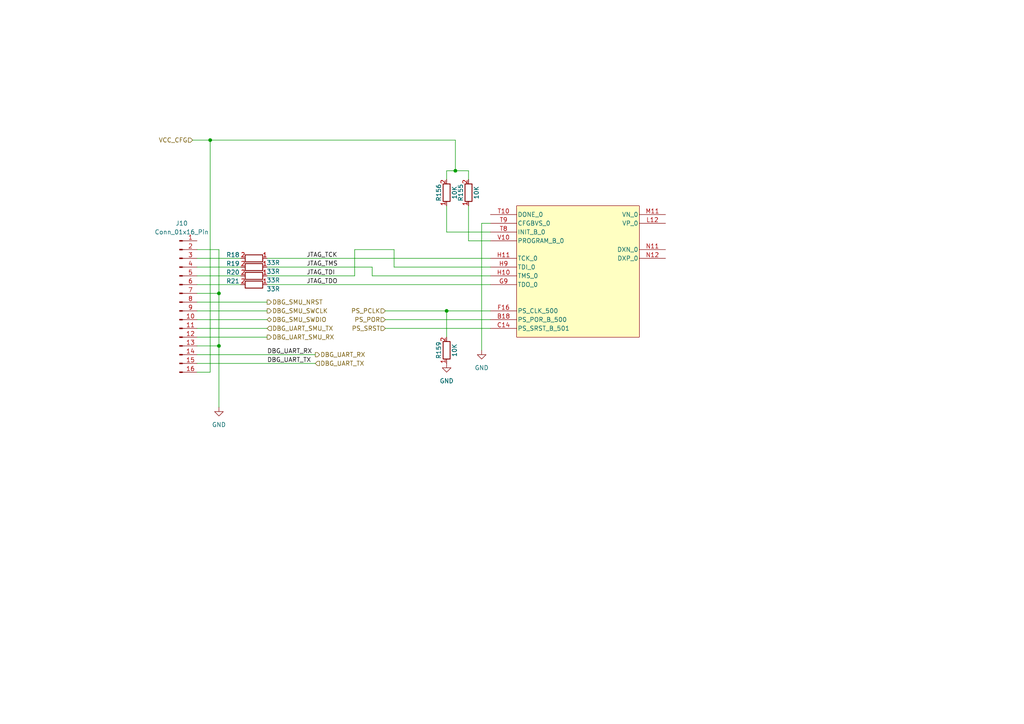
<source format=kicad_sch>
(kicad_sch (version 20250114) (generator "eeschema") (generator_version "9.0")
  (paper "A4")
  (title_block (title "TRNX SDR Carrier board") (date "2025-11-18") (rev "0.1") (company "Tronex s.r.o. / Tronex Group USA LLC"))
  (lib_symbols
    (symbol "Connector:Conn_01x16_Pin" (pin_names (offset 1.016) (hide yes))
      (property "Reference" "J" (at 0 20.32 0))
      (property "Value" "Conn_01x16_Pin" (at 0 -22.86 0))
      (symbol "Conn_01x16_Pin_1_1"
        (pin passive line (at 5.08 17.78 180) (length 3.81) (name "Pin_1") (number "1"))
        (pin passive line (at 5.08 15.24 180) (length 3.81) (name "Pin_2") (number "2"))
        (pin passive line (at 5.08 12.7 180) (length 3.81) (name "Pin_3") (number "3"))
        (pin passive line (at 5.08 10.16 180) (length 3.81) (name "Pin_4") (number "4"))
        (pin passive line (at 5.08 7.62 180) (length 3.81) (name "Pin_5") (number "5"))
        (pin passive line (at 5.08 5.08 180) (length 3.81) (name "Pin_6") (number "6"))
        (pin passive line (at 5.08 2.54 180) (length 3.81) (name "Pin_7") (number "7"))
        (pin passive line (at 5.08 0 180) (length 3.81) (name "Pin_8") (number "8"))
        (pin passive line (at 5.08 -2.54 180) (length 3.81) (name "Pin_9") (number "9"))
        (pin passive line (at 5.08 -5.08 180) (length 3.81) (name "Pin_10") (number "10"))
        (pin passive line (at 5.08 -7.62 180) (length 3.81) (name "Pin_11") (number "11"))
        (pin passive line (at 5.08 -10.16 180) (length 3.81) (name "Pin_12") (number "12"))
        (pin passive line (at 5.08 -12.7 180) (length 3.81) (name "Pin_13") (number "13"))
        (pin passive line (at 5.08 -15.24 180) (length 3.81) (name "Pin_14") (number "14"))
        (pin passive line (at 5.08 -17.78 180) (length 3.81) (name "Pin_15") (number "15"))
        (pin passive line (at 5.08 -20.32 180) (length 3.81) (name "Pin_16") (number "16"))
      )
    )
    (symbol "PPA-Pasive:Res" (pin_names (offset 1.016))
      (property "Reference" "R" (at -2.54 2.54 0))
      (property "Value" "Res" (at -1.27 -2.54 0))
      (symbol "Res_1_1"
        (pin passive line (at -3.81 0 0) (length 1.27) (name "~") (number "1"))
        (pin passive line (at 3.81 0 180) (length 1.27) (name "~") (number "2"))
      )
    )
    (symbol "XC7Z015-1CLG485C:XC7Z015-1CLG485I" (pin_names (offset 0.254))
      (symbol "XC7Z015-1CLG485I_1_1"
        (text "BANK 34" (at -34.798 -64.77 900) (effects (font (size 3 3) (thickness 0.6) (bold yes) (italic yes))))
        (pin bidirectional line (at 0 0 180) (length 7.62) (name "IO_L1P_T0_34") (number "J8"))
        (pin bidirectional line (at 0 -2.54 180) (length 7.62) (name "IO_L1N_T0_34") (number "K8"))
        (pin bidirectional line (at 0 -5.08 180) (length 7.62) (name "IO_L2P_T0_34") (number "J7"))
        (pin bidirectional line (at 0 -7.62 180) (length 7.62) (name "IO_L2N_T0_34") (number "J6"))
        (pin bidirectional line (at 0 -10.16 180) (length 7.62) (name "IO_L3P_T0_DQS_PUDC_B_34") (number "K7"))
        (pin bidirectional line (at 0 -12.7 180) (length 7.62) (name "IO_L3N_T0_DQS_34") (number "L7"))
        (pin bidirectional line (at 0 -15.24 180) (length 7.62) (name "IO_L4P_T0_34") (number "L6"))
        (pin bidirectional line (at 0 -17.78 180) (length 7.62) (name "IO_L4N_T0_34") (number "M6"))
        (pin bidirectional line (at 0 -20.32 180) (length 7.62) (name "IO_L5P_T0_34") (number "N8"))
        (pin bidirectional line (at 0 -22.86 180) (length 7.62) (name "IO_L5N_T0_34") (number "P8"))
        (pin bidirectional line (at 0 -25.4 180) (length 7.62) (name "IO_L6P_T0_34") (number "M8"))
        (pin bidirectional line (at 0 -27.94 180) (length 7.62) (name "IO_L6N_T0_VREF_34") (number "M7"))
        (pin bidirectional line (at 0 -30.48 180) (length 7.62) (name "IO_L7P_T1_34") (number "J5"))
        (pin bidirectional line (at 0 -33.02 180) (length 7.62) (name "IO_L7N_T1_34") (number "K5"))
        (pin bidirectional line (at 0 -35.56 180) (length 7.62) (name "IO_L8P_T1_34") (number "J2"))
        (pin bidirectional line (at 0 -38.1 180) (length 7.62) (name "IO_L8N_T1_34") (number "J1"))
        (pin bidirectional line (at 0 -40.64 180) (length 7.62) (name "IO_L9P_T1_DQS_34") (number "J3"))
        (pin bidirectional line (at 0 -43.18 180) (length 7.62) (name "IO_L9N_T1_DQS_34") (number "K2"))
        (pin bidirectional line (at 0 -45.72 180) (length 7.62) (name "IO_L10P_T1_34") (number "L2"))
        (pin bidirectional line (at 0 -48.26 180) (length 7.62) (name "IO_L10N_T1_34") (number "L1"))
        (pin bidirectional line (at 0 -50.8 180) (length 7.62) (name "IO_L11P_T1_SRCC_34") (number "K4"))
        (pin bidirectional line (at 0 -53.34 180) (length 7.62) (name "IO_L11N_T1_SRCC_34") (number "K3"))
        (pin bidirectional line (at 0 -55.88 180) (length 7.62) (name "IO_L12P_T1_MRCC_34") (number "L5"))
        (pin bidirectional line (at 0 -58.42 180) (length 7.62) (name "IO_L12N_T1_MRCC_34") (number "L4"))
        (pin bidirectional line (at 0 -60.96 180) (length 7.62) (name "IO_L13P_T2_MRCC_34") (number "T2"))
        (pin bidirectional line (at 0 -63.5 180) (length 7.62) (name "IO_L13N_T2_MRCC_34") (number "T1"))
        (pin bidirectional line (at 0 -66.04 180) (length 7.62) (name "IO_L14P_T2_SRCC_34") (number "U2"))
        (pin bidirectional line (at 0 -68.58 180) (length 7.62) (name "IO_L14N_T2_SRCC_34") (number "U1"))
        (pin bidirectional line (at 0 -71.12 180) (length 7.62) (name "IO_L15P_T2_DQS_34") (number "M2"))
        (pin bidirectional line (at 0 -73.66 180) (length 7.62) (name "IO_L15N_T2_DQS_34") (number "M1"))
        (pin bidirectional line (at 0 -76.2 180) (length 7.62) (name "IO_L16P_T2_34") (number "N1"))
        (pin bidirectional line (at 0 -78.74 180) (length 7.62) (name "IO_L16N_T2_34") (number "P1"))
        (pin bidirectional line (at 0 -81.28 180) (length 7.62) (name "IO_L17P_T2_34") (number "R3"))
        (pin bidirectional line (at 0 -83.82 180) (length 7.62) (name "IO_L17N_T2_34") (number "R2"))
        (pin bidirectional line (at 0 -86.36 180) (length 7.62) (name "IO_L18P_T2_34") (number "P3"))
        (pin bidirectional line (at 0 -88.9 180) (length 7.62) (name "IO_L18N_T2_34") (number "P2"))
        (pin bidirectional line (at 0 -91.44 180) (length 7.62) (name "IO_L19P_T3_34") (number "N6"))
        (pin bidirectional line (at 0 -93.98 180) (length 7.62) (name "IO_L19N_T3_VREF_34") (number "N5"))
        (pin bidirectional line (at 0 -96.52 180) (length 7.62) (name "IO_L20P_T3_34") (number "P6"))
        (pin bidirectional line (at 0 -99.06 180) (length 7.62) (name "IO_L20N_T3_34") (number "P5"))
        (pin bidirectional line (at 0 -101.6 180) (length 7.62) (name "IO_L21P_T3_DQS_34") (number "N4"))
        (pin bidirectional line (at 0 -104.14 180) (length 7.62) (name "IO_L21N_T3_DQS_34") (number "N3"))
        (pin bidirectional line (at 0 -106.68 180) (length 7.62) (name "IO_L22P_T3_34") (number "M4"))
        (pin bidirectional line (at 0 -109.22 180) (length 7.62) (name "IO_L22N_T3_34") (number "M3"))
        (pin bidirectional line (at 0 -111.76 180) (length 7.62) (name "IO_L23N_T3_34") (number "R4"))
        (pin bidirectional line (at 0 -114.3 180) (length 7.62) (name "IO_L23P_T3_34") (number "R5"))
        (pin bidirectional line (at 0 -116.84 180) (length 7.62) (name "IO_L24P_T3_34") (number "P7"))
        (pin bidirectional line (at 0 -119.38 180) (length 7.62) (name "IO_L24N_T3_34") (number "R7"))
        (pin bidirectional line (at 0 -125.73 180) (length 7.62) (name "IO_0_34") (number "H8"))
        (pin bidirectional line (at 0 -128.27 180) (length 7.62) (name "IO_25_34") (number "R8"))
      )
      (symbol "XC7Z015-1CLG485I_2_1"
        (text "BANK 35" (at -36.322 -53.848 900) (effects (font (size 3 3) (thickness 0.6) (bold yes) (italic yes))))
        (pin bidirectional line (at 0 0 180) (length 7.62) (name "IO_L1P_T0_AD0P_35") (number "F7"))
        (pin bidirectional line (at 0 -2.54 180) (length 7.62) (name "IO_L1N_T0_AD0N_35") (number "E7"))
        (pin bidirectional line (at 0 -5.08 180) (length 7.62) (name "IO_L2P_T0_AD8P_35") (number "D7"))
        (pin bidirectional line (at 0 -7.62 180) (length 7.62) (name "IO_L2N_T0_AD8N_35") (number "D6"))
        (pin bidirectional line (at 0 -10.16 180) (length 7.62) (name "IO_L3P_T0_DQS_AD1P_35") (number "E8"))
        (pin bidirectional line (at 0 -12.7 180) (length 7.62) (name "IO_L3N_T0_DQS_AD1N_35") (number "D8"))
        (pin bidirectional line (at 0 -15.24 180) (length 7.62) (name "IO_L4P_T0_35") (number "G8"))
        (pin bidirectional line (at 0 -17.78 180) (length 7.62) (name "IO_L4N_T0_35") (number "G7"))
        (pin bidirectional line (at 0 -20.32 180) (length 7.62) (name "IO_L5P_T0_AD9P_35") (number "F5"))
        (pin bidirectional line (at 0 -22.86 180) (length 7.62) (name "IO_L5N_T0_AD9N_35") (number "E5"))
        (pin bidirectional line (at 0 -25.4 180) (length 7.62) (name "IO_L6P_T0_35") (number "G6"))
        (pin bidirectional line (at 0 -27.94 180) (length 7.62) (name "IO_L6N_T0_VREF_35") (number "F6"))
        (pin bidirectional line (at 0 -30.48 180) (length 7.62) (name "IO_L7P_T1_AD2P_35") (number "C8"))
        (pin bidirectional line (at 0 -33.02 180) (length 7.62) (name "IO_L7N_T1_AD2N_35") (number "B8"))
        (pin bidirectional line (at 0 -35.56 180) (length 7.62) (name "IO_L8P_T1_AD10P_35") (number "B7"))
        (pin bidirectional line (at 0 -38.1 180) (length 7.62) (name "IO_L8N_T1_AD10N_35") (number "B6"))
        (pin bidirectional line (at 0 -40.64 180) (length 7.62) (name "IO_L9P_T1_DQS_AD3P_35") (number "A7"))
        (pin bidirectional line (at 0 -43.18 180) (length 7.62) (name "IO_L9N_T1_DQS_AD3N_35") (number "A6"))
        (pin bidirectional line (at 0 -45.72 180) (length 7.62) (name "IO_L10P_T1_AD11P_35") (number "A5"))
        (pin bidirectional line (at 0 -48.26 180) (length 7.62) (name "IO_L10N_T1_AD11N_35") (number "A4"))
        (pin bidirectional line (at 0 -50.8 180) (length 7.62) (name "IO_L11P_T1_SRCC_35") (number "C6"))
        (pin bidirectional line (at 0 -53.34 180) (length 7.62) (name "IO_L11N_T1_SRCC_35") (number "C5"))
        (pin bidirectional line (at 0 -55.88 180) (length 7.62) (name "IO_L12P_T1_MRCC_35") (number "D5"))
        (pin bidirectional line (at 0 -58.42 180) (length 7.62) (name "IO_L12N_T1_MRCC_35") (number "C4"))
        (pin bidirectional line (at 0 -60.96 180) (length 7.62) (name "IO_L13P_T2_MRCC_35") (number "B4"))
        (pin bidirectional line (at 0 -63.5 180) (length 7.62) (name "IO_L13N_T2_MRCC_35") (number "B3"))
        (pin bidirectional line (at 0 -66.04 180) (length 7.62) (name "IO_L14P_T2_AD4P_SRCC_35") (number "D3"))
        (pin bidirectional line (at 0 -68.58 180) (length 7.62) (name "IO_L14N_T2_AD4N_SRCC_35") (number "C3"))
        (pin bidirectional line (at 0 -71.12 180) (length 7.62) (name "IO_L15P_T2_DQS_AD12P_35") (number "A2"))
        (pin bidirectional line (at 0 -73.66 180) (length 7.62) (name "IO_L15N_T2_DQS_AD12N_35") (number "A1"))
        (pin bidirectional line (at 0 -76.2 180) (length 7.62) (name "IO_L16P_T2_35") (number "D1"))
        (pin bidirectional line (at 0 -78.74 180) (length 7.62) (name "IO_L16N_T2_35") (number "C1"))
        (pin bidirectional line (at 0 -81.28 180) (length 7.62) (name "IO_L17P_T2_AD5P_35") (number "E2"))
        (pin bidirectional line (at 0 -83.82 180) (length 7.62) (name "IO_L17N_T2_AD5N_35") (number "D2"))
        (pin bidirectional line (at 0 -86.36 180) (length 7.62) (name "IO_L18P_T2_AD13P_35") (number "B2"))
        (pin bidirectional line (at 0 -88.9 180) (length 7.62) (name "IO_L18N_T2_AD13N_35") (number "B1"))
        (pin bidirectional line (at 0 -91.44 180) (length 7.62) (name "IO_L19P_T3_35") (number "H4"))
        (pin bidirectional line (at 0 -93.98 180) (length 7.62) (name "IO_L19N_T3_VREF_35") (number "H3"))
        (pin bidirectional line (at 0 -96.52 180) (length 7.62) (name "IO_L20P_T3_AD6P_35") (number "G4"))
        (pin bidirectional line (at 0 -99.06 180) (length 7.62) (name "IO_L20N_T3_AD6N_35") (number "F4"))
        (pin bidirectional line (at 0 -101.6 180) (length 7.62) (name "IO_L21P_T3_DQS_AD14P_35") (number "E4"))
        (pin bidirectional line (at 0 -104.14 180) (length 7.62) (name "IO_L21N_T3_DQS_AD14N_35") (number "E3"))
        (pin bidirectional line (at 0 -106.68 180) (length 7.62) (name "IO_L22P_T3_AD7P_35") (number "G3"))
        (pin bidirectional line (at 0 -109.22 180) (length 7.62) (name "IO_L22N_T3_AD7N_35") (number "G2"))
        (pin bidirectional line (at 0 -111.76 180) (length 7.62) (name "IO_L23P_T3_35") (number "F2"))
        (pin bidirectional line (at 0 -114.3 180) (length 7.62) (name "IO_L23N_T3_35") (number "F1"))
        (pin bidirectional line (at 0 -116.84 180) (length 7.62) (name "IO_L24P_T3_AD15P_35") (number "H1"))
        (pin bidirectional line (at 0 -119.38 180) (length 7.62) (name "IO_L24N_T3_AD15N_35") (number "G1"))
        (pin bidirectional line (at 0 -124.46 180) (length 7.62) (name "IO_0_35") (number "H6"))
        (pin bidirectional line (at 0 -127 180) (length 7.62) (name "IO_25_35") (number "H5"))
      )
      (symbol "XC7Z015-1CLG485I_3_1"
        (pin output line (at 0 0 0) (length 7.62) (name "PS_DDR_A0_502") (number "M19"))
        (pin output line (at 0 -2.54 0) (length 7.62) (name "PS_DDR_A1_502") (number "M18"))
        (pin output line (at 0 -5.08 0) (length 7.62) (name "PS_DDR_A2_502") (number "K19"))
        (pin output line (at 0 -7.62 0) (length 7.62) (name "PS_DDR_A3_502") (number "L19"))
        (pin output line (at 0 -10.16 0) (length 7.62) (name "PS_DDR_A4_502") (number "K17"))
        (pin output line (at 0 -12.7 0) (length 7.62) (name "PS_DDR_A5_502") (number "K18"))
        (pin output line (at 0 -15.24 0) (length 7.62) (name "PS_DDR_A6_502") (number "J16"))
        (pin output line (at 0 -17.78 0) (length 7.62) (name "PS_DDR_A7_502") (number "J17"))
        (pin output line (at 0 -20.32 0) (length 7.62) (name "PS_DDR_A8_502") (number "J18"))
        (pin output line (at 0 -22.86 0) (length 7.62) (name "PS_DDR_A9_502") (number "H18"))
        (pin output line (at 0 -25.4 0) (length 7.62) (name "PS_DDR_A10_502") (number "J20"))
        (pin output line (at 0 -27.94 0) (length 7.62) (name "PS_DDR_A11_502") (number "G18"))
        (pin output line (at 0 -30.48 0) (length 7.62) (name "PS_DDR_A12_502") (number "H19"))
        (pin output line (at 0 -33.02 0) (length 7.62) (name "PS_DDR_A13_502") (number "F19"))
        (pin output line (at 0 -35.56 0) (length 7.62) (name "PS_DDR_A14_502") (number "G19"))
        (pin output line (at 0 -38.1 0) (length 7.62) (name "PS_DDR_BA0_502") (number "L16"))
        (pin output line (at 0 -40.64 0) (length 7.62) (name "PS_DDR_BA1_502") (number "L17"))
        (pin output line (at 0 -43.18 0) (length 7.62) (name "PS_DDR_BA2_502") (number "M17"))
        (pin output line (at 0 -45.72 0) (length 7.62) (name "PS_DDR_CAS_B_502") (number "P20"))
        (pin output line (at 0 -48.26 0) (length 7.62) (name "PS_DDR_CKE_502") (number "T19"))
        (pin output line (at 0 -50.8 0) (length 7.62) (name "PS_DDR_CKN_502") (number "N18"))
        (pin output line (at 0 -53.34 0) (length 7.62) (name "PS_DDR_CKP_502") (number "N19"))
        (pin output line (at 0 -55.88 0) (length 7.62) (name "PS_DDR_CS_B_502") (number "P17"))
        (pin output line (at 0 -58.42 0) (length 7.62) (name "PS_DDR_DM0_502") (number "B22"))
        (pin output line (at 0 -60.96 0) (length 7.62) (name "PS_DDR_DM1_502") (number "H20"))
        (pin output line (at 0 -63.5 0) (length 7.62) (name "PS_DDR_DM2_502") (number "P22"))
        (pin output line (at 0 -66.04 0) (length 7.62) (name "PS_DDR_DM3_502") (number "AA21"))
        (pin output line (at 0 -68.58 0) (length 7.62) (name "PS_DDR_DRST_B_502") (number "F20"))
        (pin output line (at 0 -71.12 0) (length 7.62) (name "PS_DDR_ODT_502") (number "P18"))
        (pin output line (at 0 -73.66 0) (length 7.62) (name "PS_DDR_RAS_B_502") (number "R18"))
        (pin output line (at 0 -76.2 0) (length 7.62) (name "PS_DDR_VRN_502") (number "M16"))
        (pin output line (at 0 -78.74 0) (length 7.62) (name "PS_DDR_VRP_502") (number "N16"))
        (pin output line (at 0 -81.28 0) (length 7.62) (name "PS_DDR_WE_B_502") (number "R19"))
        (pin bidirectional line (at 96.52 0 180) (length 7.62) (name "PS_DDR_DQ0_502") (number "D22"))
        (pin bidirectional line (at 96.52 -2.54 180) (length 7.62) (name "PS_DDR_DQ1_502") (number "C20"))
        (pin bidirectional line (at 96.52 -5.08 180) (length 7.62) (name "PS_DDR_DQ2_502") (number "B21"))
        (pin bidirectional line (at 96.52 -7.62 180) (length 7.62) (name "PS_DDR_DQ3_502") (number "D20"))
        (pin bidirectional line (at 96.52 -10.16 180) (length 7.62) (name "PS_DDR_DQ4_502") (number "E20"))
        (pin bidirectional line (at 96.52 -12.7 180) (length 7.62) (name "PS_DDR_DQ5_502") (number "E22"))
        (pin bidirectional line (at 96.52 -15.24 180) (length 7.62) (name "PS_DDR_DQ6_502") (number "F21"))
        (pin bidirectional line (at 96.52 -17.78 180) (length 7.62) (name "PS_DDR_DQ7_502") (number "F22"))
        (pin bidirectional line (at 96.52 -20.32 180) (length 7.62) (name "PS_DDR_DQ8_502") (number "G21"))
        (pin bidirectional line (at 96.52 -22.86 180) (length 7.62) (name "PS_DDR_DQ9_502") (number "G22"))
        (pin bidirectional line (at 96.52 -25.4 180) (length 7.62) (name "PS_DDR_DQ10_502") (number "L22"))
        (pin bidirectional line (at 96.52 -27.94 180) (length 7.62) (name "PS_DDR_DQ11_502") (number "L21"))
        (pin bidirectional line (at 96.52 -30.48 180) (length 7.62) (name "PS_DDR_DQ12_502") (number "L20"))
        (pin bidirectional line (at 96.52 -33.02 180) (length 7.62) (name "PS_DDR_DQ13_502") (number "K22"))
        (pin bidirectional line (at 96.52 -35.56 180) (length 7.62) (name "PS_DDR_DQ14_502") (number "J22"))
        (pin bidirectional line (at 96.52 -38.1 180) (length 7.62) (name "PS_DDR_DQ15_502") (number "K20"))
        (pin bidirectional line (at 96.52 -40.64 180) (length 7.62) (name "PS_DDR_DQ16_502") (number "M22"))
        (pin bidirectional line (at 96.52 -43.18 180) (length 7.62) (name "PS_DDR_DQ17_502") (number "T20"))
        (pin bidirectional line (at 96.52 -45.72 180) (length 7.62) (name "PS_DDR_DQ18_502") (number "N20"))
        (pin bidirectional line (at 96.52 -48.26 180) (length 7.62) (name "PS_DDR_DQ19_502") (number "T22"))
        (pin bidirectional line (at 96.52 -50.8 180) (length 7.62) (name "PS_DDR_DQ20_502") (number "R20"))
        (pin bidirectional line (at 96.52 -53.34 180) (length 7.62) (name "PS_DDR_DQ21_502") (number "T21"))
        (pin bidirectional line (at 96.52 -55.88 180) (length 7.62) (name "PS_DDR_DQ22_502") (number "M21"))
        (pin bidirectional line (at 96.52 -58.42 180) (length 7.62) (name "PS_DDR_DQ23_502") (number "R22"))
        (pin bidirectional line (at 96.52 -60.96 180) (length 7.62) (name "PS_DDR_DQ24_502") (number "Y20"))
        (pin bidirectional line (at 96.52 -63.5 180) (length 7.62) (name "PS_DDR_DQ25_502") (number "U22"))
        (pin bidirectional line (at 96.52 -66.04 180) (length 7.62) (name "PS_DDR_DQ26_502") (number "AA22"))
        (pin bidirectional line (at 96.52 -68.58 180) (length 7.62) (name "PS_DDR_DQ27_502") (number "U21"))
        (pin bidirectional line (at 96.52 -71.12 180) (length 7.62) (name "PS_DDR_DQ28_502") (number "W22"))
        (pin bidirectional line (at 96.52 -73.66 180) (length 7.62) (name "PS_DDR_DQ29_502") (number "W20"))
        (pin bidirectional line (at 96.52 -76.2 180) (length 7.62) (name "PS_DDR_DQ30_502") (number "V20"))
        (pin bidirectional line (at 96.52 -78.74 180) (length 7.62) (name "PS_DDR_DQ31_502") (number "Y22"))
        (pin bidirectional line (at 96.52 -81.28 180) (length 7.62) (name "PS_DDR_DQS_N0_502") (number "D21"))
        (pin bidirectional line (at 96.52 -83.82 180) (length 7.62) (name "PS_DDR_DQS_N1_502") (number "J21"))
        (pin bidirectional line (at 96.52 -86.36 180) (length 7.62) (name "PS_DDR_DQS_N2_502") (number "P21"))
        (pin bidirectional line (at 96.52 -88.9 180) (length 7.62) (name "PS_DDR_DQS_N3_502") (number "W21"))
        (pin bidirectional line (at 96.52 -91.44 180) (length 7.62) (name "PS_DDR_DQS_P0_502") (number "C21"))
        (pin bidirectional line (at 96.52 -93.98 180) (length 7.62) (name "PS_DDR_DQS_P1_502") (number "H21"))
        (pin bidirectional line (at 96.52 -96.52 180) (length 7.62) (name "PS_DDR_DQS_P2_502") (number "N21"))
        (pin bidirectional line (at 96.52 -99.06 180) (length 7.62) (name "PS_DDR_DQS_P3_502") (number "V21"))
      )
      (symbol "XC7Z015-1CLG485I_4_1"
        (pin bidirectional line (at 0 0 0) (length 7.62) (name "PS_MIO0_500") (number "G17"))
        (pin bidirectional line (at 0 -2.54 0) (length 7.62) (name "PS_MIO1_500") (number "A22"))
        (pin bidirectional line (at 0 -5.08 0) (length 7.62) (name "PS_MIO2_500") (number "A21"))
        (pin bidirectional line (at 0 -7.62 0) (length 7.62) (name "PS_MIO3_500") (number "F17"))
        (pin bidirectional line (at 0 -10.16 0) (length 7.62) (name "PS_MIO4_500") (number "E19"))
        (pin bidirectional line (at 0 -12.7 0) (length 7.62) (name "PS_MIO5_500") (number "A20"))
        (pin bidirectional line (at 0 -15.24 0) (length 7.62) (name "PS_MIO6_500") (number "A19"))
        (pin bidirectional line (at 0 -17.78 0) (length 7.62) (name "PS_MIO7_500") (number "D18"))
        (pin bidirectional line (at 0 -20.32 0) (length 7.62) (name "PS_MIO8_500") (number "E18"))
        (pin bidirectional line (at 0 -22.86 0) (length 7.62) (name "PS_MIO9_500") (number "C19"))
        (pin bidirectional line (at 0 -25.4 0) (length 7.62) (name "PS_MIO10_500") (number "G16"))
        (pin bidirectional line (at 0 -27.94 0) (length 7.62) (name "PS_MIO11_500") (number "B19"))
        (pin bidirectional line (at 0 -30.48 0) (length 7.62) (name "PS_MIO12_500") (number "C18"))
        (pin bidirectional line (at 0 -33.02 0) (length 7.62) (name "PS_MIO13_500") (number "A17"))
        (pin bidirectional line (at 0 -35.56 0) (length 7.62) (name "PS_MIO14_500") (number "B17"))
        (pin bidirectional line (at 0 -38.1 0) (length 7.62) (name "PS_MIO15_500") (number "E17"))
        (pin bidirectional line (at 0 -40.64 0) (length 7.62) (name "PS_MIO16_501") (number "D17"))
        (pin bidirectional line (at 0 -43.18 0) (length 7.62) (name "PS_MIO17_501") (number "E14"))
        (pin bidirectional line (at 0 -45.72 0) (length 7.62) (name "PS_MIO18_501") (number "A16"))
        (pin bidirectional line (at 0 -48.26 0) (length 7.62) (name "PS_MIO19_501") (number "E13"))
        (pin bidirectional line (at 0 -50.8 0) (length 7.62) (name "PS_MIO20_501") (number "A15"))
        (pin bidirectional line (at 0 -53.34 0) (length 7.62) (name "PS_MIO21_501") (number "F12"))
        (pin bidirectional line (at 0 -55.88 0) (length 7.62) (name "PS_MIO22_501") (number "A9"))
        (pin bidirectional line (at 0 -58.42 0) (length 7.62) (name "PS_MIO23_501") (number "E12"))
        (pin bidirectional line (at 0 -60.96 0) (length 7.62) (name "PS_MIO24_501") (number "B16"))
        (pin bidirectional line (at 0 -63.5 0) (length 7.62) (name "PS_MIO25_501") (number "F11"))
        (pin bidirectional line (at 0 -66.04 0) (length 7.62) (name "PS_MIO26_501") (number "A10"))
        (pin bidirectional line (at 0 -68.58 0) (length 7.62) (name "PS_MIO27_501") (number "D16"))
        (pin bidirectional line (at 0 -71.12 0) (length 7.62) (name "PS_MIO28_501") (number "A11"))
        (pin bidirectional line (at 0 -73.66 0) (length 7.62) (name "PS_MIO29_501") (number "E15"))
        (pin bidirectional line (at 0 -76.2 0) (length 7.62) (name "PS_MIO30_501") (number "A12"))
        (pin bidirectional line (at 0 -78.74 0) (length 7.62) (name "PS_MIO31_501") (number "F14"))
        (pin bidirectional line (at 0 -81.28 0) (length 7.62) (name "PS_MIO32_501") (number "C16"))
        (pin bidirectional line (at 0 -83.82 0) (length 7.62) (name "PS_MIO33_501") (number "G11"))
        (pin bidirectional line (at 0 -86.36 0) (length 7.62) (name "PS_MIO34_501") (number "B11"))
        (pin bidirectional line (at 0 -88.9 0) (length 7.62) (name "PS_MIO35_501") (number "F9"))
        (pin bidirectional line (at 0 -91.44 0) (length 7.62) (name "PS_MIO36_501") (number "A14"))
        (pin bidirectional line (at 0 -93.98 0) (length 7.62) (name "PS_MIO37_501") (number "B9"))
        (pin bidirectional line (at 0 -96.52 0) (length 7.62) (name "PS_MIO38_501") (number "F10"))
        (pin bidirectional line (at 0 -99.06 0) (length 7.62) (name "PS_MIO39_501") (number "C10"))
        (pin bidirectional line (at 0 -101.6 0) (length 7.62) (name "PS_MIO40_501") (number "E9"))
        (pin bidirectional line (at 0 -104.14 0) (length 7.62) (name "PS_MIO41_501") (number "C15"))
        (pin bidirectional line (at 0 -106.68 0) (length 7.62) (name "PS_MIO42_501") (number "D15"))
        (pin bidirectional line (at 0 -109.22 0) (length 7.62) (name "PS_MIO43_501") (number "B12"))
        (pin bidirectional line (at 0 -111.76 0) (length 7.62) (name "PS_MIO44_501") (number "E10"))
        (pin bidirectional line (at 0 -114.3 0) (length 7.62) (name "PS_MIO45_501") (number "B14"))
        (pin bidirectional line (at 0 -116.84 0) (length 7.62) (name "PS_MIO46_501") (number "D11"))
        (pin bidirectional line (at 0 -119.38 0) (length 7.62) (name "PS_MIO47_501") (number "B13"))
        (pin bidirectional line (at 0 -121.92 0) (length 7.62) (name "PS_MIO48_501") (number "D12"))
        (pin bidirectional line (at 0 -124.46 0) (length 7.62) (name "PS_MIO49_501") (number "C9"))
        (pin bidirectional line (at 76.2 0 180) (length 7.62) (name "PS_MIO50_501") (number "D10"))
        (pin bidirectional line (at 76.2 -2.54 180) (length 7.62) (name "PS_MIO51_501") (number "C13"))
        (pin bidirectional line (at 76.2 -5.08 180) (length 7.62) (name "PS_MIO52_501") (number "D13"))
        (pin bidirectional line (at 76.2 -7.62 180) (length 7.62) (name "PS_MIO53_501") (number "C11"))
        (pin bidirectional line (at 76.2 -12.7 180) (length 7.62) (name "RSVDVCC1") (number "T15"))
        (pin bidirectional line (at 76.2 -15.24 180) (length 7.62) (name "RSVDVCC2") (number "T14"))
        (pin bidirectional line (at 76.2 -17.78 180) (length 7.62) (name "RSVDVCC3") (number "T11"))
      )
      (symbol "XC7Z015-1CLG485I_5_1"
        (pin no_connect line (at 0 0 0) (length 7.62) (name "NC") (number "V7"))
        (pin no_connect line (at 0 -2.54 0) (length 7.62) (name "NC") (number "W3"))
        (pin power_in line (at 0 -25.4 0) (length 7.62) (name "MGTAVCC") (number "U4"))
        (pin power_in line (at 0 -27.94 0) (length 7.62) (name "MGTAVCC") (number "U6"))
        (pin power_in line (at 0 -30.48 0) (length 7.62) (name "MGTAVCC") (number "U8"))
        (pin power_in line (at 0 -33.02 0) (length 7.62) (name "MGTAVCC") (number "W5"))
        (pin power_in line (at 0 -35.56 0) (length 7.62) (name "MGTAVCC") (number "W9"))
        (pin power_in line (at 0 -38.1 0) (length 7.62) (name "MGTAVTT") (number "Y7"))
        (pin power_in line (at 0 -40.64 0) (length 7.62) (name "MGTAVTT") (number "AA2"))
        (pin power_in line (at 0 -43.18 0) (length 7.62) (name "MGTAVTT") (number "AA4"))
        (pin power_in line (at 0 -45.72 0) (length 7.62) (name "MGTAVTT") (number "AA8"))
        (pin power_in line (at 0 -48.26 0) (length 7.62) (name "MGTAVTT") (number "AB1"))
        (pin power_in line (at 0 -50.8 0) (length 7.62) (name "MGTAVTT") (number "AB6"))
        (pin power_in line (at 0 -55.88 0) (length 7.62) (name "PS_DDR_VREF0_502") (number "H16"))
        (pin power_in line (at 0 -58.42 0) (length 7.62) (name "PS_DDR_VREF1_502") (number "P16"))
        (pin power_in line (at 0 -63.5 0) (length 7.62) (name "PS_MIO_VREF_501") (number "F15"))
        (pin power_in line (at 0 -68.58 0) (length 7.62) (name "VCCADC_0") (number "K12"))
        (pin power_in line (at 0 -71.12 0) (length 7.62) (name "VCCAUX") (number "N13"))
        (pin power_in line (at 0 -73.66 0) (length 7.62) (name "VCCAUX") (number "P12"))
        (pin power_in line (at 0 -76.2 0) (length 7.62) (name "VCCAUX") (number "R13"))
        (pin power_in line (at 0 -78.74 0) (length 7.62) (name "VCCAUX") (number "T12"))
        (pin power_in line (at 0 -83.82 0) (length 7.62) (name "VCCBATT_0") (number "G14"))
        (pin power_in line (at 0 -86.36 0) (length 7.62) (name "VCCBRAM") (number "H12"))
        (pin power_in line (at 0 -88.9 0) (length 7.62) (name "VCCBRAM") (number "J13"))
        (pin power_in line (at 0 -93.98 0) (length 7.62) (name "VCCINT") (number "J9"))
        (pin power_in line (at 0 -96.52 0) (length 7.62) (name "VCCINT") (number "L9"))
        (pin power_in line (at 0 -99.06 0) (length 7.62) (name "VCCINT") (number "N9"))
        (pin power_in line (at 0 -101.6 0) (length 7.62) (name "VCCINT") (number "R9"))
        (pin power_in line (at 0 -104.14 0) (length 7.62) (name "VCCINT") (number "J11"))
        (pin power_in line (at 0 -106.68 0) (length 7.62) (name "VCCINT") (number "K10"))
        (pin power_in line (at 0 -109.22 0) (length 7.62) (name "VCCINT") (number "M10"))
        (pin power_in line (at 0 -111.76 0) (length 7.62) (name "VCCINT") (number "P10"))
        (pin power_in line (at 0 -116.84 0) (length 7.62) (name "VCCO_0") (number "R11"))
      )
      (symbol "XC7Z015-1CLG485I_6_1"
        (pin power_in line (at 0 0 0) (length 7.62) (name "VCCO_13") (number "T18"))
        (pin power_in line (at 0 -2.54 0) (length 7.62) (name "VCCO_13") (number "U15"))
        (pin power_in line (at 0 -5.08 0) (length 7.62) (name "VCCO_13") (number "V12"))
        (pin power_in line (at 0 -7.62 0) (length 7.62) (name "VCCO_13") (number "W19"))
        (pin power_in line (at 0 -10.16 0) (length 7.62) (name "VCCO_13") (number "Y16"))
        (pin power_in line (at 0 -12.7 0) (length 7.62) (name "VCCO_13") (number "AA13"))
        (pin power_in line (at 0 -15.24 0) (length 7.62) (name "VCCO_13") (number "AB20"))
        (pin power_in line (at 0 -17.78 0) (length 7.62) (name "VCCO_34") (number "H2"))
        (pin power_in line (at 0 -20.32 0) (length 7.62) (name "VCCO_34") (number "K6"))
        (pin power_in line (at 0 -22.86 0) (length 7.62) (name "VCCO_34") (number "L3"))
        (pin power_in line (at 0 -25.4 0) (length 7.62) (name "VCCO_34") (number "N7"))
        (pin power_in line (at 0 -27.94 0) (length 7.62) (name "VCCO_34") (number "P4"))
        (pin power_in line (at 0 -30.48 0) (length 7.62) (name "VCCO_34") (number "R1"))
        (pin power_in line (at 0 -33.02 0) (length 7.62) (name "VCCO_35") (number "A3"))
        (pin power_in line (at 0 -35.56 0) (length 7.62) (name "VCCO_35") (number "C7"))
        (pin power_in line (at 0 -38.1 0) (length 7.62) (name "VCCO_35") (number "D4"))
        (pin power_in line (at 0 -40.64 0) (length 7.62) (name "VCCO_35") (number "E1"))
        (pin power_in line (at 0 -43.18 0) (length 7.62) (name "VCCO_35") (number "F8"))
        (pin power_in line (at 0 -45.72 0) (length 7.62) (name "VCCO_35") (number "G5"))
        (pin power_in line (at 0 -48.26 0) (length 7.62) (name "VCCO_DDR_502") (number "E21"))
        (pin power_in line (at 0 -50.8 0) (length 7.62) (name "VCCO_DDR_502") (number "F18"))
        (pin power_in line (at 0 -53.34 0) (length 7.62) (name "VCCO_DDR_502") (number "H22"))
        (pin power_in line (at 0 -55.88 0) (length 7.62) (name "VCCO_DDR_502") (number "J19"))
        (pin power_in line (at 0 -58.42 0) (length 7.62) (name "VCCO_DDR_502") (number "K16"))
        (pin power_in line (at 0 -60.96 0) (length 7.62) (name "VCCO_DDR_502") (number "M20"))
        (pin power_in line (at 0 -63.5 0) (length 7.62) (name "VCCO_DDR_502") (number "N17"))
        (pin power_in line (at 0 -66.04 0) (length 7.62) (name "VCCO_DDR_502") (number "R21"))
        (pin power_in line (at 0 -68.58 0) (length 7.62) (name "VCCO_DDR_502") (number "V22"))
        (pin power_in line (at 0 -71.12 0) (length 7.62) (name "VCCO_MIO0_500") (number "B20"))
        (pin power_in line (at 0 -73.66 0) (length 7.62) (name "VCCO_MIO0_500") (number "C17"))
        (pin power_in line (at 0 -76.2 0) (length 7.62) (name "VCCO_MIO1_501") (number "A13"))
        (pin power_in line (at 0 -78.74 0) (length 7.62) (name "VCCO_MIO1_501") (number "B10"))
        (pin power_in line (at 0 -81.28 0) (length 7.62) (name "VCCO_MIO1_501") (number "D14"))
        (pin power_in line (at 0 -83.82 0) (length 7.62) (name "VCCO_MIO1_501") (number "E11"))
        (pin power_in line (at 0 -88.9 0) (length 7.62) (name "VCCPAUX") (number "K14"))
        (pin power_in line (at 0 -91.44 0) (length 7.62) (name "VCCPAUX") (number "L13"))
        (pin power_in line (at 0 -93.98 0) (length 7.62) (name "VCCPAUX") (number "M14"))
        (pin power_in line (at 0 -96.52 0) (length 7.62) (name "VCCPAUX") (number "P14"))
        (pin power_in line (at 0 -99.06 0) (length 7.62) (name "VCCPINT") (number "G15"))
        (pin power_in line (at 0 -101.6 0) (length 7.62) (name "VCCPINT") (number "H14"))
        (pin power_in line (at 0 -104.14 0) (length 7.62) (name "VCCPINT") (number "J15"))
        (pin power_in line (at 0 -106.68 0) (length 7.62) (name "VCCPINT") (number "L15"))
        (pin power_in line (at 0 -109.22 0) (length 7.62) (name "VCCPINT") (number "N15"))
        (pin power_in line (at 0 -111.76 0) (length 7.62) (name "VCCPINT") (number "R15"))
        (pin power_in line (at 0 -114.3 0) (length 7.62) (name "VCCPLL") (number "G13"))
        (pin power_in line (at 0 -119.38 0) (length 7.62) (name "VREFN_0") (number "L11"))
        (pin power_in line (at 0 -121.92 0) (length 7.62) (name "VREFP_0") (number "M12"))
        (pin power_out line (at 0 -127 0) (length 7.62) (name "GND") (number "A8"))
      )
      (symbol "XC7Z015-1CLG485I_7_1"
        (pin power_out line (at 0 0 0) (length 7.62) (name "GND") (number "B5"))
        (pin power_out line (at 0 -2.54 0) (length 7.62) (name "GND") (number "C2"))
        (pin power_out line (at 0 -5.08 0) (length 7.62) (name "GND") (number "D9"))
        (pin power_out line (at 0 -7.62 0) (length 7.62) (name "GND") (number "E6"))
        (pin power_out line (at 0 -10.16 0) (length 7.62) (name "GND") (number "F3"))
        (pin power_out line (at 0 -12.7 0) (length 7.62) (name "GND") (number "H7"))
        (pin power_out line (at 0 -15.24 0) (length 7.62) (name "GND") (number "J4"))
        (pin power_out line (at 0 -17.78 0) (length 7.62) (name "GND") (number "K1"))
        (pin power_out line (at 0 -20.32 0) (length 7.62) (name "GND") (number "K9"))
        (pin power_out line (at 0 -22.86 0) (length 7.62) (name "GND") (number "L8"))
        (pin power_out line (at 0 -25.4 0) (length 7.62) (name "GND") (number "M5"))
        (pin power_out line (at 0 -27.94 0) (length 7.62) (name "GND") (number "M9"))
        (pin power_out line (at 0 -30.48 0) (length 7.62) (name "GND") (number "N2"))
        (pin power_out line (at 0 -33.02 0) (length 7.62) (name "GND") (number "P9"))
        (pin power_out line (at 0 -35.56 0) (length 7.62) (name "GND") (number "R6"))
        (pin power_out line (at 0 -38.1 0) (length 7.62) (name "GND") (number "T3"))
        (pin power_out line (at 0 -40.64 0) (length 7.62) (name "GND") (number "T4"))
        (pin power_out line (at 0 -43.18 0) (length 7.62) (name "GND") (number "T5"))
        (pin power_out line (at 0 -45.72 0) (length 7.62) (name "GND") (number "T6"))
        (pin power_out line (at 0 -48.26 0) (length 7.62) (name "GND") (number "T7"))
        (pin power_out line (at 0 -50.8 0) (length 7.62) (name "GND") (number "U3"))
        (pin power_out line (at 0 -53.34 0) (length 7.62) (name "GND") (number "V1"))
        (pin power_out line (at 0 -55.88 0) (length 7.62) (name "GND") (number "V2"))
        (pin power_out line (at 0 -58.42 0) (length 7.62) (name "GND") (number "V3"))
        (pin power_out line (at 0 -60.96 0) (length 7.62) (name "GND") (number "V4"))
        (pin power_out line (at 0 -63.5 0) (length 7.62) (name "GND") (number "V6"))
        (pin power_out line (at 0 -66.04 0) (length 7.62) (name "GND") (number "V8"))
        (pin power_out line (at 0 -68.58 0) (length 7.62) (name "GND") (number "W1"))
        (pin power_out line (at 0 -71.12 0) (length 7.62) (name "GND") (number "W7"))
        (pin power_out line (at 0 -73.66 0) (length 7.62) (name "GND") (number "Y1"))
        (pin power_out line (at 0 -76.2 0) (length 7.62) (name "GND") (number "Y3"))
        (pin power_out line (at 0 -78.74 0) (length 7.62) (name "GND") (number "Y5"))
        (pin power_out line (at 0 -81.28 0) (length 7.62) (name "GND") (number "Y9"))
        (pin power_out line (at 0 -83.82 0) (length 7.62) (name "GND") (number "A18"))
        (pin power_out line (at 0 -86.36 0) (length 7.62) (name "GND") (number "AA1"))
        (pin power_out line (at 0 -88.9 0) (length 7.62) (name "GND") (number "AA6"))
        (pin power_out line (at 0 -91.44 0) (length 7.62) (name "GND") (number "AB2"))
        (pin power_out line (at 0 -93.98 0) (length 7.62) (name "GND") (number "AB4"))
        (pin power_out line (at 0 -96.52 0) (length 7.62) (name "GND") (number "AB8"))
        (pin power_out line (at 0 -99.06 0) (length 7.62) (name "GND") (number "B15"))
        (pin power_out line (at 0 -101.6 0) (length 7.62) (name "GND") (number "C12"))
        (pin power_out line (at 0 -104.14 0) (length 7.62) (name "GND") (number "C22"))
        (pin power_out line (at 0 -106.68 0) (length 7.62) (name "GND") (number "D19"))
        (pin power_out line (at 0 -109.22 0) (length 7.62) (name "GND") (number "E16"))
        (pin power_out line (at 0 -111.76 0) (length 7.62) (name "GND") (number "F13"))
        (pin power_out line (at 0 -114.3 0) (length 7.62) (name "GND") (number "G10"))
        (pin power_out line (at 0 -116.84 0) (length 7.62) (name "GND") (number "G20"))
        (pin power_out line (at 0 -119.38 0) (length 7.62) (name "GND") (number "H13"))
        (pin power_out line (at 0 -121.92 0) (length 7.62) (name "GND") (number "H15"))
        (pin power_out line (at 0 -124.46 0) (length 7.62) (name "GND") (number "H17"))
        (pin power_out line (at 0 -127 0) (length 7.62) (name "GND") (number "J10"))
      )
      (symbol "XC7Z015-1CLG485I_8_1"
        (pin power_out line (at 0 0 0) (length 7.62) (name "GND") (number "J12"))
        (pin power_out line (at 0 -2.54 0) (length 7.62) (name "GND") (number "J14"))
        (pin power_out line (at 0 -5.08 0) (length 7.62) (name "GND") (number "K13"))
        (pin power_out line (at 0 -7.62 0) (length 7.62) (name "GND") (number "K15"))
        (pin power_out line (at 0 -10.16 0) (length 7.62) (name "GND") (number "K21"))
        (pin power_out line (at 0 -12.7 0) (length 7.62) (name "GND") (number "L10"))
        (pin power_out line (at 0 -15.24 0) (length 7.62) (name "GND") (number "L14"))
        (pin power_out line (at 0 -17.78 0) (length 7.62) (name "GND") (number "L18"))
        (pin power_out line (at 0 -20.32 0) (length 7.62) (name "GND") (number "M13"))
        (pin power_out line (at 0 -22.86 0) (length 7.62) (name "GND") (number "M15"))
        (pin power_out line (at 0 -25.4 0) (length 7.62) (name "GND") (number "N10"))
        (pin power_out line (at 0 -27.94 0) (length 7.62) (name "GND") (number "N14"))
        (pin power_out line (at 0 -30.48 0) (length 7.62) (name "GND") (number "N22"))
        (pin power_out line (at 0 -33.02 0) (length 7.62) (name "GND") (number "P11"))
        (pin power_out line (at 0 -35.56 0) (length 7.62) (name "GND") (number "P13"))
        (pin power_out line (at 0 -38.1 0) (length 7.62) (name "GND") (number "P15"))
        (pin power_out line (at 0 -40.64 0) (length 7.62) (name "GND") (number "P19"))
        (pin power_out line (at 0 -43.18 0) (length 7.62) (name "GND") (number "R10"))
        (pin power_out line (at 0 -45.72 0) (length 7.62) (name "GND") (number "R12"))
        (pin power_out line (at 0 -48.26 0) (length 7.62) (name "GND") (number "R14"))
        (pin power_out line (at 0 -50.8 0) (length 7.62) (name "GND") (number "R16"))
        (pin power_out line (at 0 -53.34 0) (length 7.62) (name "GND") (number "T13"))
        (pin power_out line (at 0 -55.88 0) (length 7.62) (name "GND") (number "U10"))
        (pin power_out line (at 0 -58.42 0) (length 7.62) (name "GND") (number "U20"))
        (pin power_out line (at 0 -60.96 0) (length 7.62) (name "GND") (number "V17"))
        (pin power_out line (at 0 -63.5 0) (length 7.62) (name "GND") (number "W10"))
        (pin power_out line (at 0 -66.04 0) (length 7.62) (name "GND") (number "W14"))
        (pin power_out line (at 0 -68.58 0) (length 7.62) (name "GND") (number "Y10"))
        (pin power_out line (at 0 -71.12 0) (length 7.62) (name "GND") (number "Y11"))
        (pin power_out line (at 0 -73.66 0) (length 7.62) (name "GND") (number "Y21"))
        (pin power_out line (at 0 -76.2 0) (length 7.62) (name "GND") (number "AA10"))
        (pin power_out line (at 0 -78.74 0) (length 7.62) (name "GND") (number "AA18"))
        (pin power_out line (at 0 -81.28 0) (length 7.62) (name "GND") (number "AB10"))
        (pin power_out line (at 0 -83.82 0) (length 7.62) (name "GND") (number "AB15"))
        (pin power_out line (at 0 -86.36 0) (length 7.62) (name "GNDADC_0") (number "K11"))
        (pin power_out line (at 0 -91.44 0) (length 7.62) (name "RSVDGND") (number "G12"))
      )
      (symbol "XC7Z015-1CLG485I_9_1"
        (pin bidirectional line (at 0 0 0) (length 7.62) (name "DONE_0") (number "T10"))
        (pin input line (at 0 -2.54 0) (length 7.62) (name "CFGBVS_0") (number "T9"))
        (pin bidirectional line (at 0 -5.08 0) (length 7.62) (name "INIT_B_0") (number "T8"))
        (pin input line (at 0 -7.62 0) (length 7.62) (name "PROGRAM_B_0") (number "V10"))
        (pin input line (at 0 -12.7 0) (length 7.62) (name "TCK_0") (number "H11"))
        (pin input line (at 0 -15.24 0) (length 7.62) (name "TDI_0") (number "H9"))
        (pin input line (at 0 -17.78 0) (length 7.62) (name "TMS_0") (number "H10"))
        (pin output line (at 0 -20.32 0) (length 7.62) (name "TDO_0") (number "G9"))
        (pin input line (at 0 -27.94 0) (length 7.62) (name "PS_CLK_500") (number "F16"))
        (pin input line (at 0 -30.48 0) (length 7.62) (name "PS_POR_B_500") (number "B18"))
        (pin input line (at 0 -33.02 0) (length 7.62) (name "PS_SRST_B_501") (number "C14"))
        (pin input line (at 50.8 0 180) (length 7.62) (name "VN_0") (number "M11"))
        (pin input line (at 50.8 -2.54 180) (length 7.62) (name "VP_0") (number "L12"))
        (pin unspecified line (at 50.8 -10.16 180) (length 7.62) (name "DXN_0") (number "N11"))
        (pin unspecified line (at 50.8 -12.7 180) (length 7.62) (name "DXP_0") (number "N12"))
      )
      (symbol "XC7Z015-1CLG485I_10_1"
        (pin input line (at 0 0 0) (length 7.62) (name "MGTPRXP0_112") (number "AA7"))
        (pin input line (at 0 -2.54 0) (length 7.62) (name "MGTPRXN0_112") (number "AB7"))
        (pin input line (at 0 -7.62 0) (length 7.62) (name "MGTPRXP1_112") (number "W8"))
        (pin input line (at 0 -10.16 0) (length 7.62) (name "MGTPRXN1_112") (number "Y8"))
        (pin input line (at 0 -15.24 0) (length 7.62) (name "MGTPRXP2_112") (number "AA9"))
        (pin input line (at 0 -17.78 0) (length 7.62) (name "MGTPRXN2_112") (number "AB9"))
        (pin input line (at 0 -22.86 0) (length 7.62) (name "MGTPRXP3_112") (number "W6"))
        (pin input line (at 0 -25.4 0) (length 7.62) (name "MGTPRXN3_112") (number "Y6"))
        (pin input line (at 0 -33.02 0) (length 7.62) (name "MGTREFCLK0P_112") (number "U9"))
        (pin input line (at 0 -35.56 0) (length 7.62) (name "MGTREFCLK0N_112") (number "V9"))
        (pin input line (at 0 -39.37 0) (length 7.62) (name "MGTREFCLK1P_112") (number "U5"))
        (pin input line (at 0 -41.91 0) (length 7.62) (name "MGTREFCLK1N_112") (number "V5"))
        (pin input line (at 0 -45.72 0) (length 7.62) (name "MGTRREF_112") (number "U7"))
        (pin output line (at 53.34 0 180) (length 7.62) (name "MGTPTXP0_112") (number "AA3"))
        (pin output line (at 53.34 -2.54 180) (length 7.62) (name "MGTPTXN0_112") (number "AB3"))
        (pin output line (at 53.34 -7.62 180) (length 7.62) (name "MGTPTXP1_112") (number "W4"))
        (pin output line (at 53.34 -10.16 180) (length 7.62) (name "MGTPTXN1_112") (number "Y4"))
        (pin output line (at 53.34 -15.24 180) (length 7.62) (name "MGTPTXP2_112") (number "AA5"))
        (pin output line (at 53.34 -17.78 180) (length 7.62) (name "MGTPTXN2_112") (number "AB5"))
        (pin output line (at 53.34 -22.86 180) (length 7.62) (name "MGTPTXP3_112") (number "W2"))
        (pin output line (at 53.34 -25.4 180) (length 7.62) (name "MGTPTXN3_112") (number "Y2"))
      )
      (symbol "XC7Z015-1CLG485I_11_1"
        (text "BANK 13" (at -34.798 -61.468 900) (effects (font (size 3 3) (thickness 0.6) (bold yes) (italic yes))))
        (pin bidirectional line (at 0 0 180) (length 7.62) (name "IO_L1P_T0_13") (number "V13"))
        (pin bidirectional line (at 0 -2.54 180) (length 7.62) (name "IO_L1N_T0_13") (number "V14"))
        (pin bidirectional line (at 0 -5.08 180) (length 7.62) (name "IO_L2P_T0_13") (number "V15"))
        (pin bidirectional line (at 0 -7.62 180) (length 7.62) (name "IO_L2N_T0_13") (number "W15"))
        (pin bidirectional line (at 0 -10.16 180) (length 7.62) (name "IO_L3P_T0_DQS_13") (number "W12"))
        (pin bidirectional line (at 0 -12.7 180) (length 7.62) (name "IO_L3N_T0_DQS_13") (number "W13"))
        (pin bidirectional line (at 0 -15.24 180) (length 7.62) (name "IO_L4P_T0_13") (number "V11"))
        (pin bidirectional line (at 0 -17.78 180) (length 7.62) (name "IO_L4N_T0_13") (number "W11"))
        (pin bidirectional line (at 0 -20.32 180) (length 7.62) (name "IO_L5P_T0_13") (number "U11"))
        (pin bidirectional line (at 0 -22.86 180) (length 7.62) (name "IO_L5N_T0_13") (number "U12"))
        (pin bidirectional line (at 0 -25.4 180) (length 7.62) (name "IO_L6P_T0_13") (number "U13"))
        (pin bidirectional line (at 0 -27.94 180) (length 7.62) (name "IO_L6N_T0_VREF_13") (number "U14"))
        (pin bidirectional line (at 0 -30.48 180) (length 7.62) (name "IO_L7P_T1_13") (number "AA11"))
        (pin bidirectional line (at 0 -33.02 180) (length 7.62) (name "IO_L7N_T1_13") (number "AB11"))
        (pin bidirectional line (at 0 -35.56 180) (length 7.62) (name "IO_L8P_T1_13") (number "AA12"))
        (pin bidirectional line (at 0 -38.1 180) (length 7.62) (name "IO_L8N_T1_13") (number "AB12"))
        (pin bidirectional line (at 0 -40.64 180) (length 7.62) (name "IO_L9P_T1_DQS_13") (number "AB13"))
        (pin bidirectional line (at 0 -43.18 180) (length 7.62) (name "IO_L9N_T1_DQS_13") (number "AB14"))
        (pin bidirectional line (at 0 -45.72 180) (length 7.62) (name "IO_L10P_T1_13") (number "Y12"))
        (pin bidirectional line (at 0 -48.26 180) (length 7.62) (name "IO_L10N_T1_13") (number "Y13"))
        (pin bidirectional line (at 0 -50.8 180) (length 7.62) (name "IO_L11P_T1_SRCC_13") (number "AA14"))
        (pin bidirectional line (at 0 -53.34 180) (length 7.62) (name "IO_L11N_T1_SRCC_13") (number "AA15"))
        (pin bidirectional line (at 0 -55.88 180) (length 7.62) (name "IO_L12P_T1_MRCC_13") (number "Y14"))
        (pin bidirectional line (at 0 -58.42 180) (length 7.62) (name "IO_L12N_T1_MRCC_13") (number "Y15"))
        (pin bidirectional line (at 0 -60.96 180) (length 7.62) (name "IO_L13P_T2_MRCC_13") (number "Y18"))
        (pin bidirectional line (at 0 -63.5 180) (length 7.62) (name "IO_L13N_T2_MRCC_13") (number "Y19"))
        (pin bidirectional line (at 0 -66.04 180) (length 7.62) (name "IO_L14P_T2_SRCC_13") (number "AA16"))
        (pin bidirectional line (at 0 -68.58 180) (length 7.62) (name "IO_L14N_T2_SRCC_13") (number "AA17"))
        (pin bidirectional line (at 0 -71.12 180) (length 7.62) (name "IO_L15P_T2_DQS_13") (number "AB21"))
        (pin bidirectional line (at 0 -73.66 180) (length 7.62) (name "IO_L15N_T2_DQS_13") (number "AB22"))
        (pin bidirectional line (at 0 -76.2 180) (length 7.62) (name "IO_L16P_T2_13") (number "AB18"))
        (pin bidirectional line (at 0 -78.74 180) (length 7.62) (name "IO_L16N_T2_13") (number "AB19"))
        (pin bidirectional line (at 0 -81.28 180) (length 7.62) (name "IO_L17P_T2_13") (number "AB16"))
        (pin bidirectional line (at 0 -83.82 180) (length 7.62) (name "IO_L17N_T2_13") (number "AB17"))
        (pin bidirectional line (at 0 -86.36 180) (length 7.62) (name "IO_L18P_T2_13") (number "AA19"))
        (pin bidirectional line (at 0 -88.9 180) (length 7.62) (name "IO_L18N_T2_13") (number "AA20"))
        (pin bidirectional line (at 0 -91.44 180) (length 7.62) (name "IO_L19P_T3_13") (number "R17"))
        (pin bidirectional line (at 0 -93.98 180) (length 7.62) (name "IO_L19N_T3_VREF_13") (number "T17"))
        (pin bidirectional line (at 0 -96.52 180) (length 7.62) (name "IO_L20P_T3_13") (number "U19"))
        (pin bidirectional line (at 0 -99.06 180) (length 7.62) (name "IO_L20N_T3_13") (number "V19"))
        (pin bidirectional line (at 0 -101.6 180) (length 7.62) (name "IO_L21P_T3_DQS_13") (number "V18"))
        (pin bidirectional line (at 0 -104.14 180) (length 7.62) (name "IO_L21N_T3_DQS_13") (number "W18"))
        (pin bidirectional line (at 0 -106.68 180) (length 7.62) (name "IO_L22P_T3_13") (number "U17"))
        (pin bidirectional line (at 0 -109.22 180) (length 7.62) (name "IO_L22N_T3_13") (number "U18"))
        (pin bidirectional line (at 0 -111.76 180) (length 7.62) (name "IO_L23P_T3_13") (number "V16"))
        (pin bidirectional line (at 0 -114.3 180) (length 7.62) (name "IO_L23N_T3_13") (number "W16"))
        (pin bidirectional line (at 0 -116.84 180) (length 7.62) (name "IO_L24P_T3_13") (number "W17"))
        (pin bidirectional line (at 0 -119.38 180) (length 7.62) (name "IO_L24N_T3_13") (number "Y17"))
        (pin bidirectional line (at 0 -124.46 180) (length 7.62) (name "IO_0_13") (number "T16"))
        (pin bidirectional line (at 0 -127 180) (length 7.62) (name "IO_25_13") (number "U16"))
      )
    )
    (symbol "power:GND" (power) (pin_names (offset 0))
      (property "Value" "GND" (at 0 -3.81 0))
      (symbol "GND_1_1"
        (pin power_in line (at 0 0 270) (length 0) (hide yes) (name "GND") (number "1"))
      )
    )
  )
  (junction (at 63.5 85.09))
  (junction (at 132.08 49.53))
  (junction (at 60.96 40.64))
  (junction (at 129.54 90.17))
  (junction (at 63.5 100.33))
  (wire (pts (xy 102.87 72.39) (xy 114.3 72.39)))
  (wire (pts (xy 63.5 100.33) (xy 57.15 100.33)))
  (wire (pts (xy 60.96 40.64) (xy 55.88 40.64)))
  (wire (pts (xy 107.95 77.47) (xy 107.95 80.01)))
  (wire (pts (xy 57.15 102.87) (xy 91.44 102.87)))
  (wire (pts (xy 77.47 74.93) (xy 142.24 74.93)))
  (wire (pts (xy 129.54 67.31) (xy 129.54 59.69)))
  (wire (pts (xy 57.15 95.25) (xy 77.47 95.25)))
  (wire (pts (xy 135.89 49.53) (xy 135.89 52.07)))
  (wire (pts (xy 114.3 77.47) (xy 142.24 77.47)))
  (wire (pts (xy 129.54 90.17) (xy 129.54 97.79)))
  (wire (pts (xy 139.7 64.77) (xy 139.7 101.6)))
  (wire (pts (xy 57.15 90.17) (xy 77.47 90.17)))
  (wire (pts (xy 57.15 107.95) (xy 60.96 107.95)))
  (wire (pts (xy 60.96 40.64) (xy 60.96 107.95)))
  (wire (pts (xy 111.76 92.71) (xy 142.24 92.71)))
  (wire (pts (xy 57.15 80.01) (xy 69.85 80.01)))
  (wire (pts (xy 57.15 82.55) (xy 69.85 82.55)))
  (wire (pts (xy 77.47 80.01) (xy 102.87 80.01)))
  (wire (pts (xy 57.15 77.47) (xy 69.85 77.47)))
  (wire (pts (xy 132.08 49.53) (xy 135.89 49.53)))
  (wire (pts (xy 114.3 72.39) (xy 114.3 77.47)))
  (wire (pts (xy 132.08 40.64) (xy 132.08 49.53)))
  (wire (pts (xy 60.96 40.64) (xy 132.08 40.64)))
  (wire (pts (xy 135.89 59.69) (xy 135.89 69.85)))
  (wire (pts (xy 57.15 74.93) (xy 69.85 74.93)))
  (wire (pts (xy 63.5 118.11) (xy 63.5 100.33)))
  (wire (pts (xy 142.24 67.31) (xy 129.54 67.31)))
  (wire (pts (xy 77.47 82.55) (xy 142.24 82.55)))
  (wire (pts (xy 129.54 90.17) (xy 142.24 90.17)))
  (wire (pts (xy 142.24 64.77) (xy 139.7 64.77)))
  (wire (pts (xy 63.5 100.33) (xy 63.5 85.09)))
  (wire (pts (xy 57.15 97.79) (xy 77.47 97.79)))
  (wire (pts (xy 129.54 49.53) (xy 132.08 49.53)))
  (wire (pts (xy 102.87 80.01) (xy 102.87 72.39)))
  (wire (pts (xy 111.76 90.17) (xy 129.54 90.17)))
  (wire (pts (xy 111.76 95.25) (xy 142.24 95.25)))
  (wire (pts (xy 57.15 87.63) (xy 77.47 87.63)))
  (wire (pts (xy 77.47 77.47) (xy 107.95 77.47)))
  (wire (pts (xy 57.15 105.41) (xy 91.44 105.41)))
  (wire (pts (xy 129.54 52.07) (xy 129.54 49.53)))
  (wire (pts (xy 63.5 85.09) (xy 57.15 85.09)))
  (wire (pts (xy 57.15 92.71) (xy 77.47 92.71)))
  (wire (pts (xy 107.95 80.01) (xy 142.24 80.01)))
  (wire (pts (xy 135.89 69.85) (xy 142.24 69.85)))
  (wire (pts (xy 63.5 85.09) (xy 63.5 72.39)))
  (wire (pts (xy 63.5 72.39) (xy 57.15 72.39)))
  (label "DBG_UART_TX" (at 77.47 105.41 0))
  (label "JTAG_TDO" (at 88.9 82.55 0))
  (label "JTAG_TDI" (at 88.9 80.01 0))
  (label "JTAG_TCK" (at 88.9 74.93 0))
  (label "DBG_UART_RX" (at 77.47 102.87 0))
  (label "JTAG_TMS" (at 88.9 77.47 0))
  (hierarchical_label "PS_PCLK" (shape input) (at 111.76 90.17 180))
  (hierarchical_label "DBG_UART_SMU_TX" (shape input) (at 77.47 95.25 0))
  (hierarchical_label "PS_POR" (shape input) (at 111.76 92.71 180))
  (hierarchical_label "VCC_CFG" (shape input) (at 55.88 40.64 180))
  (hierarchical_label "DBG_SMU_SWDIO" (shape bidirectional) (at 77.47 92.71 0))
  (hierarchical_label "DBG_SMU_NRST" (shape output) (at 77.47 87.63 0))
  (hierarchical_label "DBG_UART_TX" (shape input) (at 91.44 105.41 0))
  (hierarchical_label "PS_SRST" (shape input) (at 111.76 95.25 180))
  (hierarchical_label "DBG_UART_SMU_RX" (shape output) (at 77.47 97.79 0))
  (hierarchical_label "DBG_SMU_SWCLK" (shape output) (at 77.47 90.17 0))
  (hierarchical_label "DBG_UART_RX" (shape output) (at 91.44 102.87 0))
  (symbol (lib_id "PPA-Pasive:Res") (at 73.66 74.93 180) (unit 1)
    (property "Reference" "R18" (at 67.564 73.914 0))
    (property "Value" "33R" (at 79.248 76.2 0))
    (property "Footprint" "Resistor_SMD:R_0402_1005Metric" (effects (hide yes)))
    (property "Power" "250mW" (effects (hide yes)))
    (property "Tolerance" "=< 5%" (effects (hide yes)))
    (property "JLCPCB Part #" "C25105" (effects (hide yes)))
  )
  (symbol (lib_id "power:GND") (at 63.5 118.11 0) (unit 1)
    (property "Reference" "#PWR0216" (effects (hide yes)))
    (property "Value" "GND" (at 63.5 123.19 0))
    (property "Description" "Power symbol creates a global label with name \"GND\" , ground" (effects (hide yes)))
  )
  (symbol (lib_id "power:GND") (at 139.7 101.6 0) (unit 1)
    (property "Reference" "#PWR0548" (effects (hide yes)))
    (property "Value" "GND" (at 139.7 106.68 0))
    (property "Description" "Power symbol creates a global label with name \"GND\" , ground" (effects (hide yes)))
  )
  (symbol (lib_id "PPA-Pasive:Res") (at 129.54 55.88 90) (unit 1)
    (property "Reference" "R156" (at 127.254 55.88 0))
    (property "Value" "10K" (at 131.826 55.88 0))
    (property "Footprint" "Resistor_SMD:R_0402_1005Metric" (effects (hide yes)))
    (property "Power" "250mW" (effects (hide yes)))
    (property "Tolerance" "=< 5%" (effects (hide yes)))
    (property "JLCPCB Part #" "C25744" (effects (hide yes)))
  )
  (symbol (lib_id "PPA-Pasive:Res") (at 135.89 55.88 90) (unit 1)
    (property "Reference" "R155" (at 133.604 55.88 0))
    (property "Value" "10K" (at 138.176 55.88 0))
    (property "Footprint" "Resistor_SMD:R_0402_1005Metric" (effects (hide yes)))
    (property "Power" "250mW" (effects (hide yes)))
    (property "Tolerance" "=< 5%" (effects (hide yes)))
    (property "JLCPCB Part #" "C25744" (effects (hide yes)))
  )
  (symbol (lib_id "PPA-Pasive:Res") (at 73.66 77.47 180) (unit 1)
    (property "Reference" "R19" (at 67.564 76.454 0))
    (property "Value" "33R" (at 79.248 78.74 0))
    (property "Footprint" "Resistor_SMD:R_0402_1005Metric" (effects (hide yes)))
    (property "Power" "250mW" (effects (hide yes)))
    (property "Tolerance" "=< 5%" (effects (hide yes)))
    (property "JLCPCB Part #" "C25105" (effects (hide yes)))
  )
  (symbol (lib_id "PPA-Pasive:Res") (at 73.66 82.55 180) (unit 1)
    (property "Reference" "R21" (at 67.564 81.534 0))
    (property "Value" "33R" (at 79.248 83.82 0))
    (property "Footprint" "Resistor_SMD:R_0402_1005Metric" (effects (hide yes)))
    (property "Power" "250mW" (effects (hide yes)))
    (property "Tolerance" "=< 5%" (effects (hide yes)))
    (property "JLCPCB Part #" "C25105" (effects (hide yes)))
  )
  (symbol (lib_id "PPA-Pasive:Res") (at 73.66 80.01 180) (unit 1)
    (property "Reference" "R20" (at 67.564 78.994 0))
    (property "Value" "33R" (at 79.248 81.28 0))
    (property "Footprint" "Resistor_SMD:R_0402_1005Metric" (effects (hide yes)))
    (property "Power" "250mW" (effects (hide yes)))
    (property "Tolerance" "=< 5%" (effects (hide yes)))
    (property "JLCPCB Part #" "C25105" (effects (hide yes)))
  )
  (symbol (lib_id "XC7Z015-1CLG485C:XC7Z015-1CLG485I") (at 142.24 62.23 0) (unit 9)
    (property "Reference" "U1" (effects (hide yes)))
    (property "Value" "XC7Z015-2CLG485I" (effects (hide yes)))
    (property "Footprint" "XC7Z015:CLG485XC7Z012S&slash_XC7Z015_AMD" (effects (hide yes)))
    (property "Datasheet" "XC7Z015-1CLG485I" (effects (hide yes)))
    (property "JLCPCB Part #" " C1522056" (effects (hide yes)))
  )
  (symbol (lib_id "Connector:Conn_01x16_Pin") (at 52.07 87.63 0) (unit 1)
    (property "Reference" "J10" (at 52.705 64.77 0))
    (property "Value" "Conn_01x16_Pin" (at 52.705 67.31 0))
    (property "Footprint" "foot-ppa-passive:FH34SRJ-16S-0.5SH" (effects (hide yes)))
    (property "Description" "Generic connector, single row, 01x16, script generated" (effects (hide yes)))
    (property "JLCPCB Part #" "C324725 " (effects (hide yes)))
  )
  (symbol (lib_id "power:GND") (at 129.54 105.41 0) (unit 1)
    (property "Reference" "#PWR0373" (effects (hide yes)))
    (property "Value" "GND" (at 129.54 110.49 0))
    (property "Description" "Power symbol creates a global label with name \"GND\" , ground" (effects (hide yes)))
  )
  (symbol (lib_id "PPA-Pasive:Res") (at 129.54 101.6 90) (unit 1)
    (property "Reference" "R159" (at 127.254 101.6 0))
    (property "Value" "10K" (at 131.826 101.6 0))
    (property "Footprint" "Resistor_SMD:R_0402_1005Metric" (effects (hide yes)))
    (property "Power" "250mW" (effects (hide yes)))
    (property "Tolerance" "=< 5%" (effects (hide yes)))
    (property "JLCPCB Part #" "C25744" (effects (hide yes)))
  )
)
</source>
